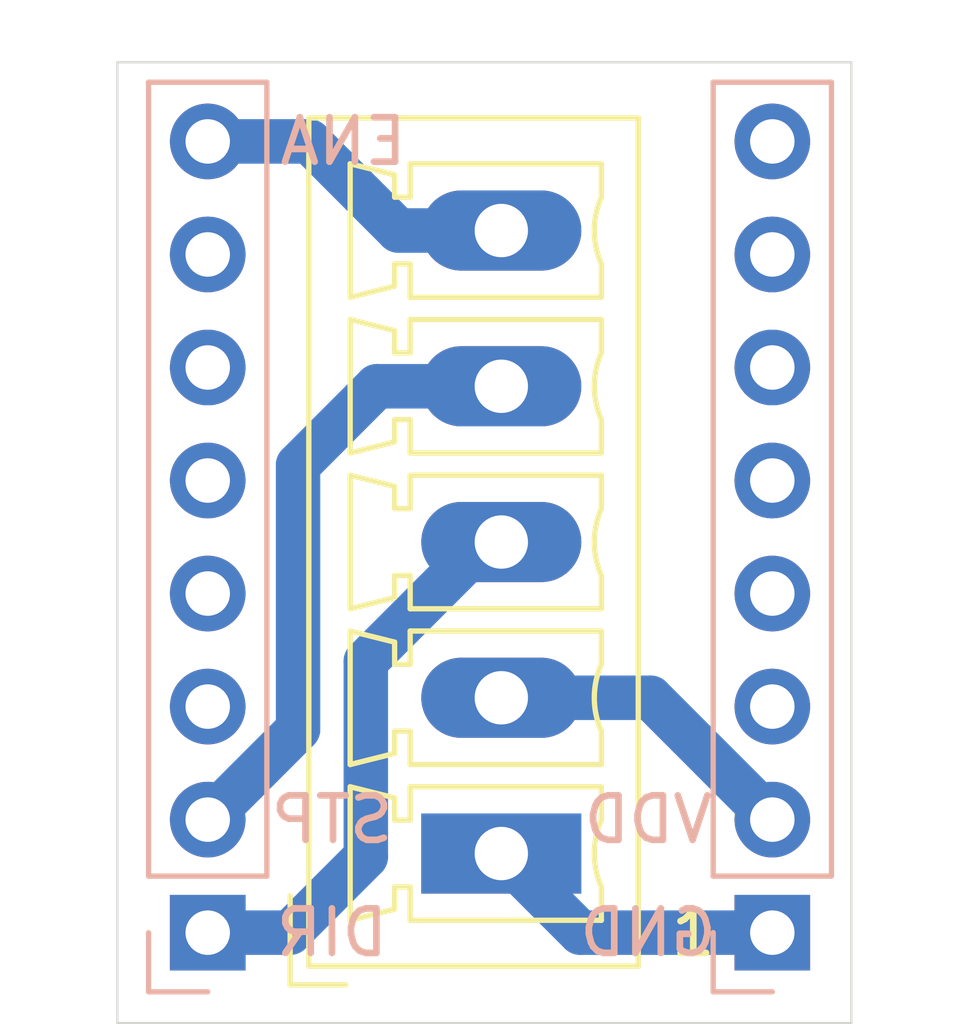
<source format=kicad_pcb>
(kicad_pcb (version 20171130) (host pcbnew "(5.1.5)-3")

  (general
    (thickness 1.6)
    (drawings 10)
    (tracks 18)
    (zones 0)
    (modules 3)
    (nets 17)
  )

  (page A4)
  (layers
    (0 F.Cu signal)
    (31 B.Cu signal)
    (32 B.Adhes user)
    (33 F.Adhes user)
    (34 B.Paste user)
    (35 F.Paste user)
    (36 B.SilkS user)
    (37 F.SilkS user)
    (38 B.Mask user)
    (39 F.Mask user)
    (40 Dwgs.User user)
    (41 Cmts.User user)
    (42 Eco1.User user)
    (43 Eco2.User user)
    (44 Edge.Cuts user)
    (45 Margin user)
    (46 B.CrtYd user)
    (47 F.CrtYd user)
    (48 B.Fab user)
    (49 F.Fab user)
  )

  (setup
    (last_trace_width 1)
    (user_trace_width 0.5)
    (user_trace_width 0.75)
    (user_trace_width 1)
    (trace_clearance 0.2)
    (zone_clearance 0.508)
    (zone_45_only no)
    (trace_min 0.2)
    (via_size 0.8)
    (via_drill 0.4)
    (via_min_size 0.4)
    (via_min_drill 0.3)
    (uvia_size 0.3)
    (uvia_drill 0.1)
    (uvias_allowed no)
    (uvia_min_size 0.2)
    (uvia_min_drill 0.1)
    (edge_width 0.05)
    (segment_width 0.2)
    (pcb_text_width 0.3)
    (pcb_text_size 1.5 1.5)
    (mod_edge_width 0.12)
    (mod_text_size 1 1)
    (mod_text_width 0.15)
    (pad_size 1.524 1.524)
    (pad_drill 0.762)
    (pad_to_mask_clearance 0.051)
    (solder_mask_min_width 0.25)
    (aux_axis_origin 0 0)
    (visible_elements 7FFFFFFF)
    (pcbplotparams
      (layerselection 0x010fc_ffffffff)
      (usegerberextensions false)
      (usegerberattributes false)
      (usegerberadvancedattributes false)
      (creategerberjobfile false)
      (excludeedgelayer true)
      (linewidth 0.100000)
      (plotframeref false)
      (viasonmask false)
      (mode 1)
      (useauxorigin false)
      (hpglpennumber 1)
      (hpglpenspeed 20)
      (hpglpendiameter 15.000000)
      (psnegative false)
      (psa4output false)
      (plotreference true)
      (plotvalue true)
      (plotinvisibletext false)
      (padsonsilk false)
      (subtractmaskfromsilk false)
      (outputformat 1)
      (mirror false)
      (drillshape 1)
      (scaleselection 1)
      (outputdirectory ""))
  )

  (net 0 "")
  (net 1 /DIR)
  (net 2 /STEP)
  (net 3 "Net-(J1-Pad3)")
  (net 4 "Net-(J1-Pad4)")
  (net 5 "Net-(J1-Pad5)")
  (net 6 "Net-(J1-Pad6)")
  (net 7 "Net-(J1-Pad7)")
  (net 8 /ENABLE)
  (net 9 /VDD)
  (net 10 /GND)
  (net 11 "Net-(J3-Pad3)")
  (net 12 "Net-(J3-Pad4)")
  (net 13 "Net-(J3-Pad5)")
  (net 14 "Net-(J3-Pad6)")
  (net 15 "Net-(J3-Pad7)")
  (net 16 "Net-(J3-Pad8)")

  (net_class Default "Dit is de standaard class."
    (clearance 0.2)
    (trace_width 0.25)
    (via_dia 0.8)
    (via_drill 0.4)
    (uvia_dia 0.3)
    (uvia_drill 0.1)
    (add_net /DIR)
    (add_net /ENABLE)
    (add_net /GND)
    (add_net /STEP)
    (add_net /VDD)
    (add_net "Net-(J1-Pad3)")
    (add_net "Net-(J1-Pad4)")
    (add_net "Net-(J1-Pad5)")
    (add_net "Net-(J1-Pad6)")
    (add_net "Net-(J1-Pad7)")
    (add_net "Net-(J3-Pad3)")
    (add_net "Net-(J3-Pad4)")
    (add_net "Net-(J3-Pad5)")
    (add_net "Net-(J3-Pad6)")
    (add_net "Net-(J3-Pad7)")
    (add_net "Net-(J3-Pad8)")
  )

  (module Connectors_Phoenix:PhoenixContact_MCV-G_05x3.50mm_Vertical (layer F.Cu) (tedit 59566E61) (tstamp 5E38F0D0)
    (at 57.658 72.898 90)
    (descr "Generic Phoenix Contact connector footprint for series: MCV-G; number of pins: 05; pin pitch: 3.50mm; Vertical || order number: 1843635 8A 160V")
    (tags "phoenix_contact connector MCV_01x05_G_3.5mm")
    (path /5E49B186)
    (fp_text reference J2 (at 7 -5.25 90) (layer B.SilkS) hide
      (effects (font (size 1 1) (thickness 0.15)) (justify mirror))
    )
    (fp_text value Screw_Terminal_01x05 (at 7 4 90) (layer F.Fab)
      (effects (font (size 1 1) (thickness 0.15)))
    )
    (fp_arc (start 0 3.95) (end -0.75 2.25) (angle 47.6) (layer F.SilkS) (width 0.12))
    (fp_arc (start 3.5 3.95) (end 2.75 2.25) (angle 47.6) (layer F.SilkS) (width 0.12))
    (fp_arc (start 7 3.95) (end 6.25 2.25) (angle 47.6) (layer F.SilkS) (width 0.12))
    (fp_arc (start 10.5 3.95) (end 9.75 2.25) (angle 47.6) (layer F.SilkS) (width 0.12))
    (fp_arc (start 14 3.95) (end 13.25 2.25) (angle 47.6) (layer F.SilkS) (width 0.12))
    (fp_line (start -2.53 -4.33) (end -2.53 3.08) (layer F.SilkS) (width 0.12))
    (fp_line (start -2.53 3.08) (end 16.53 3.08) (layer F.SilkS) (width 0.12))
    (fp_line (start 16.53 3.08) (end 16.53 -4.33) (layer F.SilkS) (width 0.12))
    (fp_line (start 16.53 -4.33) (end -2.53 -4.33) (layer F.SilkS) (width 0.12))
    (fp_line (start -2.45 -4.25) (end -2.45 3) (layer F.Fab) (width 0.1))
    (fp_line (start -2.45 3) (end 16.45 3) (layer F.Fab) (width 0.1))
    (fp_line (start 16.45 3) (end 16.45 -4.25) (layer F.Fab) (width 0.1))
    (fp_line (start 16.45 -4.25) (end -2.45 -4.25) (layer F.Fab) (width 0.1))
    (fp_line (start -0.75 2.25) (end -1.5 2.25) (layer F.SilkS) (width 0.12))
    (fp_line (start -1.5 2.25) (end -1.5 -2.05) (layer F.SilkS) (width 0.12))
    (fp_line (start -1.5 -2.05) (end -0.75 -2.05) (layer F.SilkS) (width 0.12))
    (fp_line (start -0.75 -2.05) (end -0.75 -2.4) (layer F.SilkS) (width 0.12))
    (fp_line (start -0.75 -2.4) (end -1.25 -2.4) (layer F.SilkS) (width 0.12))
    (fp_line (start -1.25 -2.4) (end -1.5 -3.4) (layer F.SilkS) (width 0.12))
    (fp_line (start -1.5 -3.4) (end 1.5 -3.4) (layer F.SilkS) (width 0.12))
    (fp_line (start 1.5 -3.4) (end 1.25 -2.4) (layer F.SilkS) (width 0.12))
    (fp_line (start 1.25 -2.4) (end 0.75 -2.4) (layer F.SilkS) (width 0.12))
    (fp_line (start 0.75 -2.4) (end 0.75 -2.05) (layer F.SilkS) (width 0.12))
    (fp_line (start 0.75 -2.05) (end 1.5 -2.05) (layer F.SilkS) (width 0.12))
    (fp_line (start 1.5 -2.05) (end 1.5 2.25) (layer F.SilkS) (width 0.12))
    (fp_line (start 1.5 2.25) (end 0.75 2.25) (layer F.SilkS) (width 0.12))
    (fp_line (start 2.75 2.25) (end 2 2.25) (layer F.SilkS) (width 0.12))
    (fp_line (start 2 2.25) (end 2 -2.05) (layer F.SilkS) (width 0.12))
    (fp_line (start 2 -2.05) (end 2.75 -2.05) (layer F.SilkS) (width 0.12))
    (fp_line (start 2.75 -2.05) (end 2.75 -2.4) (layer F.SilkS) (width 0.12))
    (fp_line (start 2.75 -2.4) (end 2.25 -2.4) (layer F.SilkS) (width 0.12))
    (fp_line (start 2.25 -2.4) (end 2 -3.4) (layer F.SilkS) (width 0.12))
    (fp_line (start 2 -3.4) (end 5 -3.4) (layer F.SilkS) (width 0.12))
    (fp_line (start 5 -3.4) (end 4.75 -2.4) (layer F.SilkS) (width 0.12))
    (fp_line (start 4.75 -2.4) (end 4.25 -2.4) (layer F.SilkS) (width 0.12))
    (fp_line (start 4.25 -2.4) (end 4.25 -2.05) (layer F.SilkS) (width 0.12))
    (fp_line (start 4.25 -2.05) (end 5 -2.05) (layer F.SilkS) (width 0.12))
    (fp_line (start 5 -2.05) (end 5 2.25) (layer F.SilkS) (width 0.12))
    (fp_line (start 5 2.25) (end 4.25 2.25) (layer F.SilkS) (width 0.12))
    (fp_line (start 6.25 2.25) (end 5.5 2.25) (layer F.SilkS) (width 0.12))
    (fp_line (start 5.5 2.25) (end 5.5 -2.05) (layer F.SilkS) (width 0.12))
    (fp_line (start 5.5 -2.05) (end 6.25 -2.05) (layer F.SilkS) (width 0.12))
    (fp_line (start 6.25 -2.05) (end 6.25 -2.4) (layer F.SilkS) (width 0.12))
    (fp_line (start 6.25 -2.4) (end 5.75 -2.4) (layer F.SilkS) (width 0.12))
    (fp_line (start 5.75 -2.4) (end 5.5 -3.4) (layer F.SilkS) (width 0.12))
    (fp_line (start 5.5 -3.4) (end 8.5 -3.4) (layer F.SilkS) (width 0.12))
    (fp_line (start 8.5 -3.4) (end 8.25 -2.4) (layer F.SilkS) (width 0.12))
    (fp_line (start 8.25 -2.4) (end 7.75 -2.4) (layer F.SilkS) (width 0.12))
    (fp_line (start 7.75 -2.4) (end 7.75 -2.05) (layer F.SilkS) (width 0.12))
    (fp_line (start 7.75 -2.05) (end 8.5 -2.05) (layer F.SilkS) (width 0.12))
    (fp_line (start 8.5 -2.05) (end 8.5 2.25) (layer F.SilkS) (width 0.12))
    (fp_line (start 8.5 2.25) (end 7.75 2.25) (layer F.SilkS) (width 0.12))
    (fp_line (start 9.75 2.25) (end 9 2.25) (layer F.SilkS) (width 0.12))
    (fp_line (start 9 2.25) (end 9 -2.05) (layer F.SilkS) (width 0.12))
    (fp_line (start 9 -2.05) (end 9.75 -2.05) (layer F.SilkS) (width 0.12))
    (fp_line (start 9.75 -2.05) (end 9.75 -2.4) (layer F.SilkS) (width 0.12))
    (fp_line (start 9.75 -2.4) (end 9.25 -2.4) (layer F.SilkS) (width 0.12))
    (fp_line (start 9.25 -2.4) (end 9 -3.4) (layer F.SilkS) (width 0.12))
    (fp_line (start 9 -3.4) (end 12 -3.4) (layer F.SilkS) (width 0.12))
    (fp_line (start 12 -3.4) (end 11.75 -2.4) (layer F.SilkS) (width 0.12))
    (fp_line (start 11.75 -2.4) (end 11.25 -2.4) (layer F.SilkS) (width 0.12))
    (fp_line (start 11.25 -2.4) (end 11.25 -2.05) (layer F.SilkS) (width 0.12))
    (fp_line (start 11.25 -2.05) (end 12 -2.05) (layer F.SilkS) (width 0.12))
    (fp_line (start 12 -2.05) (end 12 2.25) (layer F.SilkS) (width 0.12))
    (fp_line (start 12 2.25) (end 11.25 2.25) (layer F.SilkS) (width 0.12))
    (fp_line (start 13.25 2.25) (end 12.5 2.25) (layer F.SilkS) (width 0.12))
    (fp_line (start 12.5 2.25) (end 12.5 -2.05) (layer F.SilkS) (width 0.12))
    (fp_line (start 12.5 -2.05) (end 13.25 -2.05) (layer F.SilkS) (width 0.12))
    (fp_line (start 13.25 -2.05) (end 13.25 -2.4) (layer F.SilkS) (width 0.12))
    (fp_line (start 13.25 -2.4) (end 12.75 -2.4) (layer F.SilkS) (width 0.12))
    (fp_line (start 12.75 -2.4) (end 12.5 -3.4) (layer F.SilkS) (width 0.12))
    (fp_line (start 12.5 -3.4) (end 15.5 -3.4) (layer F.SilkS) (width 0.12))
    (fp_line (start 15.5 -3.4) (end 15.25 -2.4) (layer F.SilkS) (width 0.12))
    (fp_line (start 15.25 -2.4) (end 14.75 -2.4) (layer F.SilkS) (width 0.12))
    (fp_line (start 14.75 -2.4) (end 14.75 -2.05) (layer F.SilkS) (width 0.12))
    (fp_line (start 14.75 -2.05) (end 15.5 -2.05) (layer F.SilkS) (width 0.12))
    (fp_line (start 15.5 -2.05) (end 15.5 2.25) (layer F.SilkS) (width 0.12))
    (fp_line (start 15.5 2.25) (end 14.75 2.25) (layer F.SilkS) (width 0.12))
    (fp_line (start -2.95 -4.75) (end -2.95 3.5) (layer F.CrtYd) (width 0.05))
    (fp_line (start -2.95 3.5) (end 16.95 3.5) (layer F.CrtYd) (width 0.05))
    (fp_line (start 16.95 3.5) (end 16.95 -4.75) (layer F.CrtYd) (width 0.05))
    (fp_line (start 16.95 -4.75) (end -2.95 -4.75) (layer F.CrtYd) (width 0.05))
    (fp_line (start -2.95 -3.5) (end -2.95 -4.75) (layer F.SilkS) (width 0.12))
    (fp_line (start -2.95 -4.75) (end -0.95 -4.75) (layer F.SilkS) (width 0.12))
    (fp_line (start -2.95 -3.5) (end -2.95 -4.75) (layer F.Fab) (width 0.1))
    (fp_line (start -2.95 -4.75) (end -0.95 -4.75) (layer F.Fab) (width 0.1))
    (fp_text user %R (at 7 -3 90) (layer F.Fab)
      (effects (font (size 1 1) (thickness 0.15)))
    )
    (pad 1 thru_hole rect (at 0 0 90) (size 1.8 3.6) (drill 1.2) (layers *.Cu *.Mask)
      (net 10 /GND))
    (pad 2 thru_hole oval (at 3.5 0 90) (size 1.8 3.6) (drill 1.2) (layers *.Cu *.Mask)
      (net 9 /VDD))
    (pad 3 thru_hole oval (at 7 0 90) (size 1.8 3.6) (drill 1.2) (layers *.Cu *.Mask)
      (net 1 /DIR))
    (pad 4 thru_hole oval (at 10.5 0 90) (size 1.8 3.6) (drill 1.2) (layers *.Cu *.Mask)
      (net 2 /STEP))
    (pad 5 thru_hole oval (at 14 0 90) (size 1.8 3.6) (drill 1.2) (layers *.Cu *.Mask)
      (net 8 /ENABLE))
    (model ${KISYS3DMOD}/Connectors_Phoenix.3dshapes/PhoenixContact_MCV-G_05x3.50mm_Vertical.wrl
      (at (xyz 0 0 0))
      (scale (xyz 1 1 1))
      (rotate (xyz 0 0 0))
    )
  )

  (module Pin_Headers:Pin_Header_Straight_1x08_Pitch2.54mm (layer B.Cu) (tedit 59650532) (tstamp 5E38F0D3)
    (at 63.754 74.676)
    (descr "Through hole straight pin header, 1x08, 2.54mm pitch, single row")
    (tags "Through hole pin header THT 1x08 2.54mm single row")
    (path /5E499675)
    (fp_text reference J3 (at 0 2.33) (layer B.SilkS) hide
      (effects (font (size 1 1) (thickness 0.15)) (justify mirror))
    )
    (fp_text value Conn_01x08 (at 0 -20.11) (layer B.Fab)
      (effects (font (size 1 1) (thickness 0.15)) (justify mirror))
    )
    (fp_line (start -0.635 1.27) (end 1.27 1.27) (layer B.Fab) (width 0.1))
    (fp_line (start 1.27 1.27) (end 1.27 -19.05) (layer B.Fab) (width 0.1))
    (fp_line (start 1.27 -19.05) (end -1.27 -19.05) (layer B.Fab) (width 0.1))
    (fp_line (start -1.27 -19.05) (end -1.27 0.635) (layer B.Fab) (width 0.1))
    (fp_line (start -1.27 0.635) (end -0.635 1.27) (layer B.Fab) (width 0.1))
    (fp_line (start -1.33 -19.11) (end 1.33 -19.11) (layer B.SilkS) (width 0.12))
    (fp_line (start -1.33 -1.27) (end -1.33 -19.11) (layer B.SilkS) (width 0.12))
    (fp_line (start 1.33 -1.27) (end 1.33 -19.11) (layer B.SilkS) (width 0.12))
    (fp_line (start -1.33 -1.27) (end 1.33 -1.27) (layer B.SilkS) (width 0.12))
    (fp_line (start -1.33 0) (end -1.33 1.33) (layer B.SilkS) (width 0.12))
    (fp_line (start -1.33 1.33) (end 0 1.33) (layer B.SilkS) (width 0.12))
    (fp_line (start -1.8 1.8) (end -1.8 -19.55) (layer B.CrtYd) (width 0.05))
    (fp_line (start -1.8 -19.55) (end 1.8 -19.55) (layer B.CrtYd) (width 0.05))
    (fp_line (start 1.8 -19.55) (end 1.8 1.8) (layer B.CrtYd) (width 0.05))
    (fp_line (start 1.8 1.8) (end -1.8 1.8) (layer B.CrtYd) (width 0.05))
    (fp_text user %R (at 0 -8.89 -90) (layer B.Fab)
      (effects (font (size 1 1) (thickness 0.15)) (justify mirror))
    )
    (pad 1 thru_hole rect (at 0 0) (size 1.7 1.7) (drill 1) (layers *.Cu *.Mask)
      (net 10 /GND))
    (pad 2 thru_hole oval (at 0 -2.54) (size 1.7 1.7) (drill 1) (layers *.Cu *.Mask)
      (net 9 /VDD))
    (pad 3 thru_hole oval (at 0 -5.08) (size 1.7 1.7) (drill 1) (layers *.Cu *.Mask)
      (net 11 "Net-(J3-Pad3)"))
    (pad 4 thru_hole oval (at 0 -7.62) (size 1.7 1.7) (drill 1) (layers *.Cu *.Mask)
      (net 12 "Net-(J3-Pad4)"))
    (pad 5 thru_hole oval (at 0 -10.16) (size 1.7 1.7) (drill 1) (layers *.Cu *.Mask)
      (net 13 "Net-(J3-Pad5)"))
    (pad 6 thru_hole oval (at 0 -12.7) (size 1.7 1.7) (drill 1) (layers *.Cu *.Mask)
      (net 14 "Net-(J3-Pad6)"))
    (pad 7 thru_hole oval (at 0 -15.24) (size 1.7 1.7) (drill 1) (layers *.Cu *.Mask)
      (net 15 "Net-(J3-Pad7)"))
    (pad 8 thru_hole oval (at 0 -17.78) (size 1.7 1.7) (drill 1) (layers *.Cu *.Mask)
      (net 16 "Net-(J3-Pad8)"))
    (model ${KISYS3DMOD}/Pin_Headers.3dshapes/Pin_Header_Straight_1x08_Pitch2.54mm.wrl
      (at (xyz 0 0 0))
      (scale (xyz 1 1 1))
      (rotate (xyz 0 0 0))
    )
  )

  (module Pin_Headers:Pin_Header_Straight_1x08_Pitch2.54mm (layer B.Cu) (tedit 59650532) (tstamp 5E38F0CD)
    (at 51.054 74.676)
    (descr "Through hole straight pin header, 1x08, 2.54mm pitch, single row")
    (tags "Through hole pin header THT 1x08 2.54mm single row")
    (path /5E49A275)
    (fp_text reference J1 (at 0 2.33) (layer B.SilkS) hide
      (effects (font (size 1 1) (thickness 0.15)) (justify mirror))
    )
    (fp_text value Conn_01x08 (at 0 -20.11) (layer B.Fab)
      (effects (font (size 1 1) (thickness 0.15)) (justify mirror))
    )
    (fp_line (start -0.635 1.27) (end 1.27 1.27) (layer B.Fab) (width 0.1))
    (fp_line (start 1.27 1.27) (end 1.27 -19.05) (layer B.Fab) (width 0.1))
    (fp_line (start 1.27 -19.05) (end -1.27 -19.05) (layer B.Fab) (width 0.1))
    (fp_line (start -1.27 -19.05) (end -1.27 0.635) (layer B.Fab) (width 0.1))
    (fp_line (start -1.27 0.635) (end -0.635 1.27) (layer B.Fab) (width 0.1))
    (fp_line (start -1.33 -19.11) (end 1.33 -19.11) (layer B.SilkS) (width 0.12))
    (fp_line (start -1.33 -1.27) (end -1.33 -19.11) (layer B.SilkS) (width 0.12))
    (fp_line (start 1.33 -1.27) (end 1.33 -19.11) (layer B.SilkS) (width 0.12))
    (fp_line (start -1.33 -1.27) (end 1.33 -1.27) (layer B.SilkS) (width 0.12))
    (fp_line (start -1.33 0) (end -1.33 1.33) (layer B.SilkS) (width 0.12))
    (fp_line (start -1.33 1.33) (end 0 1.33) (layer B.SilkS) (width 0.12))
    (fp_line (start -1.8 1.8) (end -1.8 -19.55) (layer B.CrtYd) (width 0.05))
    (fp_line (start -1.8 -19.55) (end 1.8 -19.55) (layer B.CrtYd) (width 0.05))
    (fp_line (start 1.8 -19.55) (end 1.8 1.8) (layer B.CrtYd) (width 0.05))
    (fp_line (start 1.8 1.8) (end -1.8 1.8) (layer B.CrtYd) (width 0.05))
    (fp_text user %R (at 0 -8.89 -90) (layer B.Fab)
      (effects (font (size 1 1) (thickness 0.15)) (justify mirror))
    )
    (pad 1 thru_hole rect (at 0 0) (size 1.7 1.7) (drill 1) (layers *.Cu *.Mask)
      (net 1 /DIR))
    (pad 2 thru_hole oval (at 0 -2.54) (size 1.7 1.7) (drill 1) (layers *.Cu *.Mask)
      (net 2 /STEP))
    (pad 3 thru_hole oval (at 0 -5.08) (size 1.7 1.7) (drill 1) (layers *.Cu *.Mask)
      (net 3 "Net-(J1-Pad3)"))
    (pad 4 thru_hole oval (at 0 -7.62) (size 1.7 1.7) (drill 1) (layers *.Cu *.Mask)
      (net 4 "Net-(J1-Pad4)"))
    (pad 5 thru_hole oval (at 0 -10.16) (size 1.7 1.7) (drill 1) (layers *.Cu *.Mask)
      (net 5 "Net-(J1-Pad5)"))
    (pad 6 thru_hole oval (at 0 -12.7) (size 1.7 1.7) (drill 1) (layers *.Cu *.Mask)
      (net 6 "Net-(J1-Pad6)"))
    (pad 7 thru_hole oval (at 0 -15.24) (size 1.7 1.7) (drill 1) (layers *.Cu *.Mask)
      (net 7 "Net-(J1-Pad7)"))
    (pad 8 thru_hole oval (at 0 -17.78) (size 1.7 1.7) (drill 1) (layers *.Cu *.Mask)
      (net 8 /ENABLE))
    (model ${KISYS3DMOD}/Pin_Headers.3dshapes/Pin_Header_Straight_1x08_Pitch2.54mm.wrl
      (at (xyz 0 0 0))
      (scale (xyz 1 1 1))
      (rotate (xyz 0 0 0))
    )
  )

  (gr_text ENA (at 54.102 56.896) (layer B.SilkS)
    (effects (font (size 1 1) (thickness 0.15)) (justify mirror))
  )
  (gr_text STP (at 53.848 72.136) (layer B.SilkS)
    (effects (font (size 1 1) (thickness 0.15)) (justify mirror))
  )
  (gr_text "DIR\n" (at 53.848 74.676) (layer B.SilkS)
    (effects (font (size 1 1) (thickness 0.15)) (justify mirror))
  )
  (gr_text VDD (at 60.96 72.136) (layer B.SilkS)
    (effects (font (size 1 1) (thickness 0.15)) (justify mirror))
  )
  (gr_text GND (at 60.96 74.676) (layer B.SilkS)
    (effects (font (size 1 1) (thickness 0.15)) (justify mirror))
  )
  (gr_text 1 (at 61.976 74.676) (layer F.SilkS)
    (effects (font (size 1 1) (thickness 0.15)))
  )
  (gr_line (start 49.022 76.708) (end 49.022 55.118) (layer Edge.Cuts) (width 0.05) (tstamp 5E390831))
  (gr_line (start 65.532 76.708) (end 49.022 76.708) (layer Edge.Cuts) (width 0.05))
  (gr_line (start 65.532 55.118) (end 65.532 76.708) (layer Edge.Cuts) (width 0.05))
  (gr_line (start 49.022 55.118) (end 65.532 55.118) (layer Edge.Cuts) (width 0.05))

  (segment (start 52.904 74.676) (end 51.054 74.676) (width 1) (layer B.Cu) (net 1))
  (segment (start 54.61 72.97) (end 52.904 74.676) (width 1) (layer B.Cu) (net 1))
  (segment (start 54.61 68.58) (end 54.61 72.97) (width 1) (layer B.Cu) (net 1))
  (segment (start 57.658 65.898) (end 57.292 65.898) (width 1) (layer B.Cu) (net 1))
  (segment (start 57.292 65.898) (end 54.61 68.58) (width 1) (layer B.Cu) (net 1))
  (segment (start 53.086 70.104) (end 51.903999 71.286001) (width 1) (layer B.Cu) (net 2))
  (segment (start 53.086 64.17) (end 53.086 70.104) (width 1) (layer B.Cu) (net 2))
  (segment (start 57.658 62.398) (end 54.858 62.398) (width 1) (layer B.Cu) (net 2))
  (segment (start 51.903999 71.286001) (end 51.054 72.136) (width 1) (layer B.Cu) (net 2))
  (segment (start 54.858 62.398) (end 53.086 64.17) (width 1) (layer B.Cu) (net 2))
  (segment (start 55.342 58.898) (end 57.658 58.898) (width 1) (layer B.Cu) (net 8))
  (segment (start 51.054 56.896) (end 53.34 56.896) (width 1) (layer B.Cu) (net 8))
  (segment (start 53.34 56.896) (end 55.342 58.898) (width 1) (layer B.Cu) (net 8))
  (segment (start 57.318 69.428) (end 57.912 69.428) (width 1) (layer B.Cu) (net 9))
  (segment (start 61.016 69.398) (end 57.658 69.398) (width 1) (layer B.Cu) (net 9))
  (segment (start 63.754 72.136) (end 61.016 69.398) (width 1) (layer B.Cu) (net 9))
  (segment (start 59.436 74.676) (end 57.658 72.898) (width 1) (layer B.Cu) (net 10))
  (segment (start 63.754 74.676) (end 59.436 74.676) (width 1) (layer B.Cu) (net 10))

)

</source>
